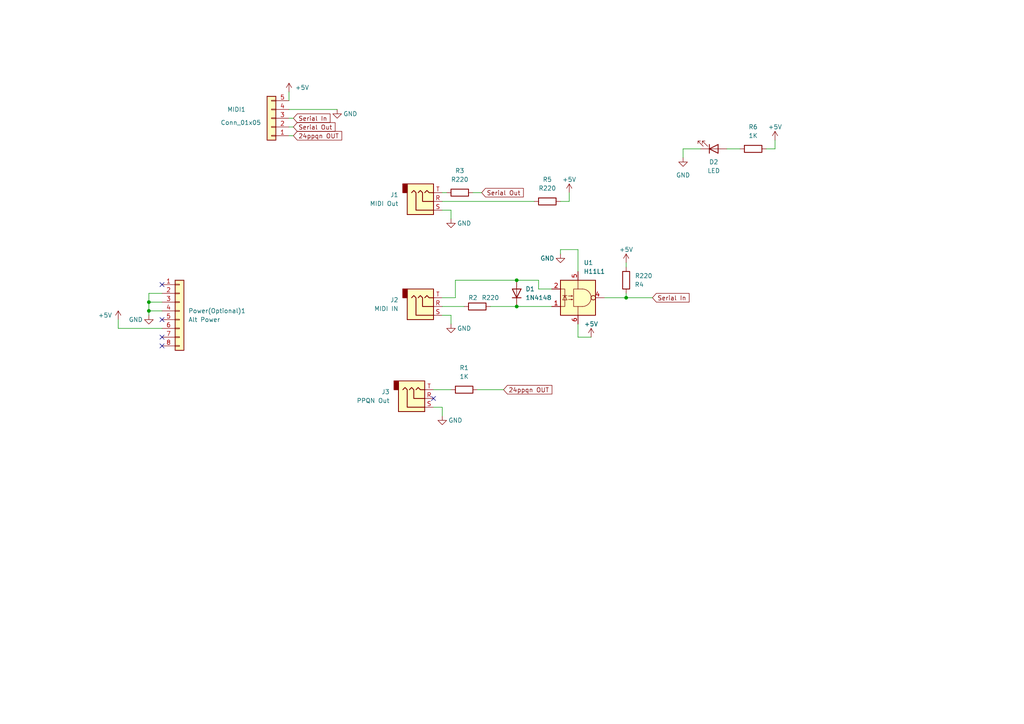
<source format=kicad_sch>
(kicad_sch (version 20230121) (generator eeschema)
  (paper "A4")
  (lib_symbols
    (symbol "Connector:AudioJack3"
      (property "Reference" "J" (at 0 8.89 0))
      (property "Value" "AudioJack3" (at 0 6.35 0))
      (symbol "AudioJack3_0_1"
        (rectangle (start -5.08 -5.08) (end -6.35 -2.54) (stroke (width 0.254)) (fill (type outline)))
        (polyline (pts (xy 0 -2.54) (xy 0.635 -3.175) (xy 1.27 -2.54) (xy 2.54 -2.54)) (stroke (width 0.254)))
        (polyline (pts (xy -1.905 -2.54) (xy -1.27 -3.175) (xy -0.635 -2.54) (xy -0.635 0) (xy 2.54 0)) (stroke (width 0.254)))
        (polyline (pts (xy 2.54 2.54) (xy -2.54 2.54) (xy -2.54 -2.54) (xy -3.175 -3.175) (xy -3.81 -2.54)) (stroke (width 0.254)))
        (rectangle (start 2.54 3.81) (end -5.08 -5.08) (stroke (width 0.254)) (fill (type background)))
      )
      (symbol "AudioJack3_1_1"
        (pin passive line (at 5.08 0 180) (length 2.54) (name "~") (number "R"))
        (pin passive line (at 5.08 2.54 180) (length 2.54) (name "~") (number "S"))
        (pin passive line (at 5.08 -2.54 180) (length 2.54) (name "~") (number "T"))
      )
    )
    (symbol "Connector_Audio:AudioJack3"
      (property "Reference" "J" (at 0 8.89 0))
      (property "Value" "AudioJack3" (at 0 6.35 0))
      (symbol "AudioJack3_0_1"
        (rectangle (start -5.08 -5.08) (end -6.35 -2.54) (stroke (width 0.254)) (fill (type outline)))
        (polyline (pts (xy 0 -2.54) (xy 0.635 -3.175) (xy 1.27 -2.54) (xy 2.54 -2.54)) (stroke (width 0.254)))
        (polyline (pts (xy -1.905 -2.54) (xy -1.27 -3.175) (xy -0.635 -2.54) (xy -0.635 0) (xy 2.54 0)) (stroke (width 0.254)))
        (polyline (pts (xy 2.54 2.54) (xy -2.54 2.54) (xy -2.54 -2.54) (xy -3.175 -3.175) (xy -3.81 -2.54)) (stroke (width 0.254)))
        (rectangle (start 2.54 3.81) (end -5.08 -5.08) (stroke (width 0.254)) (fill (type background)))
      )
      (symbol "AudioJack3_1_1"
        (pin passive line (at 5.08 0 180) (length 2.54) (name "~") (number "R"))
        (pin passive line (at 5.08 2.54 180) (length 2.54) (name "~") (number "S"))
        (pin passive line (at 5.08 -2.54 180) (length 2.54) (name "~") (number "T"))
      )
    )
    (symbol "Connector_Generic:Conn_01x05" (pin_names (offset 1.016) hide)
      (property "Reference" "J" (at 0 7.62 0))
      (property "Value" "Conn_01x05" (at 0 -7.62 0))
      (symbol "Conn_01x05_1_1"
        (rectangle (start -1.27 -4.953) (end 0 -5.207) (stroke (width 0.1524)))
        (rectangle (start -1.27 -2.413) (end 0 -2.667) (stroke (width 0.1524)))
        (rectangle (start -1.27 0.127) (end 0 -0.127) (stroke (width 0.1524)))
        (rectangle (start -1.27 2.667) (end 0 2.413) (stroke (width 0.1524)))
        (rectangle (start -1.27 5.207) (end 0 4.953) (stroke (width 0.1524)))
        (rectangle (start -1.27 6.35) (end 1.27 -6.35) (stroke (width 0.254)) (fill (type background)))
        (pin passive line (at -5.08 5.08 0) (length 3.81) (name "Pin_1") (number "1"))
        (pin passive line (at -5.08 2.54 0) (length 3.81) (name "Pin_2") (number "2"))
        (pin passive line (at -5.08 0 0) (length 3.81) (name "Pin_3") (number "3"))
        (pin passive line (at -5.08 -2.54 0) (length 3.81) (name "Pin_4") (number "4"))
        (pin passive line (at -5.08 -5.08 0) (length 3.81) (name "Pin_5") (number "5"))
      )
    )
    (symbol "Connector_Generic:Conn_01x08" (pin_names (offset 1.016) hide)
      (property "Reference" "J" (at 0 10.16 0))
      (property "Value" "Conn_01x08" (at 0 -12.7 0))
      (symbol "Conn_01x08_1_1"
        (rectangle (start -1.27 -10.033) (end 0 -10.287) (stroke (width 0.1524)))
        (rectangle (start -1.27 -7.493) (end 0 -7.747) (stroke (width 0.1524)))
        (rectangle (start -1.27 -4.953) (end 0 -5.207) (stroke (width 0.1524)))
        (rectangle (start -1.27 -2.413) (end 0 -2.667) (stroke (width 0.1524)))
        (rectangle (start -1.27 0.127) (end 0 -0.127) (stroke (width 0.1524)))
        (rectangle (start -1.27 2.667) (end 0 2.413) (stroke (width 0.1524)))
        (rectangle (start -1.27 5.207) (end 0 4.953) (stroke (width 0.1524)))
        (rectangle (start -1.27 7.747) (end 0 7.493) (stroke (width 0.1524)))
        (rectangle (start -1.27 8.89) (end 1.27 -11.43) (stroke (width 0.254)) (fill (type background)))
        (pin passive line (at -5.08 7.62 0) (length 3.81) (name "Pin_1") (number "1"))
        (pin passive line (at -5.08 5.08 0) (length 3.81) (name "Pin_2") (number "2"))
        (pin passive line (at -5.08 2.54 0) (length 3.81) (name "Pin_3") (number "3"))
        (pin passive line (at -5.08 0 0) (length 3.81) (name "Pin_4") (number "4"))
        (pin passive line (at -5.08 -2.54 0) (length 3.81) (name "Pin_5") (number "5"))
        (pin passive line (at -5.08 -5.08 0) (length 3.81) (name "Pin_6") (number "6"))
        (pin passive line (at -5.08 -7.62 0) (length 3.81) (name "Pin_7") (number "7"))
        (pin passive line (at -5.08 -10.16 0) (length 3.81) (name "Pin_8") (number "8"))
      )
    )
    (symbol "Device:D" (pin_numbers hide) (pin_names (offset 1.016) hide)
      (property "Reference" "D" (at 0 2.54 0))
      (property "Value" "D" (at 0 -2.54 0))
      (symbol "D_0_1"
        (polyline (pts (xy -1.27 1.27) (xy -1.27 -1.27)) (stroke (width 0.254)))
        (polyline (pts (xy 1.27 0) (xy -1.27 0)))
        (polyline (pts (xy 1.27 1.27) (xy 1.27 -1.27) (xy -1.27 0) (xy 1.27 1.27)) (stroke (width 0.254)))
      )
      (symbol "D_1_1"
        (pin passive line (at -3.81 0 0) (length 2.54) (name "K") (number "1"))
        (pin passive line (at 3.81 0 180) (length 2.54) (name "A") (number "2"))
      )
    )
    (symbol "Device:LED" (pin_numbers hide) (pin_names (offset 1.016) hide)
      (property "Reference" "D" (at 0 2.54 0))
      (property "Value" "LED" (at 0 -2.54 0))
      (symbol "LED_0_1"
        (polyline (pts (xy -1.27 -1.27) (xy -1.27 1.27)) (stroke (width 0.254)))
        (polyline (pts (xy -1.27 0) (xy 1.27 0)))
        (polyline (pts (xy 1.27 -1.27) (xy 1.27 1.27) (xy -1.27 0) (xy 1.27 -1.27)) (stroke (width 0.254)))
        (polyline (pts (xy -3.048 -0.762) (xy -4.572 -2.286) (xy -3.81 -2.286) (xy -4.572 -2.286) (xy -4.572 -1.524)))
        (polyline (pts (xy -1.778 -0.762) (xy -3.302 -2.286) (xy -2.54 -2.286) (xy -3.302 -2.286) (xy -3.302 -1.524)))
      )
      (symbol "LED_1_1"
        (pin passive line (at -3.81 0 0) (length 2.54) (name "K") (number "1"))
        (pin passive line (at 3.81 0 180) (length 2.54) (name "A") (number "2"))
      )
    )
    (symbol "Device:R" (pin_numbers hide) (pin_names (offset 0))
      (property "Reference" "R" (at 2.032 0 90))
      (property "Value" "R" (at 0 0 90))
      (symbol "R_0_1"
        (rectangle (start -1.016 -2.54) (end 1.016 2.54) (stroke (width 0.254)))
      )
      (symbol "R_1_1"
        (pin passive line (at 0 3.81 270) (length 1.27) (name "~") (number "1"))
        (pin passive line (at 0 -3.81 90) (length 1.27) (name "~") (number "2"))
      )
    )
    (symbol "Isolator:H11L1" (pin_names (offset 1.016))
      (property "Reference" "U" (at 1.27 8.89 0))
      (property "Value" "H11L1" (at 1.27 6.35 0))
      (symbol "H11L1_0_1"
        (rectangle (start -5.08 5.08) (end 5.08 -5.08) (stroke (width 0.254)) (fill (type background)))
        (polyline (pts (xy -4.445 -0.635) (xy -3.175 -0.635)))
        (polyline (pts (xy 0 2.54) (xy 0 5.08)))
        (polyline (pts (xy 0 -2.54) (xy 0 -5.08) (xy 0 -3.81)))
        (polyline (pts (xy -5.08 -2.54) (xy -3.81 -2.54) (xy -3.81 2.54) (xy -5.08 2.54)))
        (polyline (pts (xy -3.81 -0.635) (xy -4.445 0.635) (xy -3.175 0.635) (xy -3.81 -0.635)))
        (polyline (pts (xy 1.27 -2.54) (xy -1.27 -2.54) (xy -1.27 2.54) (xy 1.27 2.54)))
        (polyline (pts (xy -2.794 -0.508) (xy -1.524 -0.508) (xy -1.905 -0.635) (xy -1.905 -0.381) (xy -1.524 -0.508)))
        (polyline (pts (xy -2.794 0.508) (xy -1.524 0.508) (xy -1.905 0.381) (xy -1.905 0.635) (xy -1.524 0.508)))
        (arc (start 1.27 -2.54) (mid 3.799 0) (end 1.27 2.54))
      )
      (symbol "H11L1_1_1"
        (pin passive line (at -7.62 2.54 0) (length 2.54) (name "~") (number "1"))
        (pin passive line (at -7.62 -2.54 0) (length 2.54) (name "~") (number "2"))
        (pin no_connect line (at -5.08 0 0) (length 2.54) hide (name "~") (number "3"))
        (pin output inverted (at 7.62 0 180) (length 3.81) (name "~") (number "4"))
        (pin power_in line (at 0 -7.62 90) (length 2.54) (name "~") (number "5"))
        (pin power_in line (at 0 7.62 270) (length 2.54) (name "~") (number "6"))
      )
    )
    (symbol "power:+5V" (power) (pin_names (offset 0))
      (property "Value" "+5V" (at 0 3.556 0))
      (symbol "+5V_0_1"
        (polyline (pts (xy -0.762 1.27) (xy 0 2.54)))
        (polyline (pts (xy 0 0) (xy 0 2.54)))
        (polyline (pts (xy 0 2.54) (xy 0.762 1.27)))
      )
      (symbol "+5V_1_1"
        (pin power_in line (at 0 0 90) (length 0) hide (name "+5V") (number "1"))
      )
    )
    (symbol "power:GND" (power) (pin_names (offset 0))
      (property "Value" "GND" (at 0 -3.81 0))
      (symbol "GND_0_1"
        (polyline (pts (xy 0 0) (xy 0 -1.27) (xy 1.27 -1.27) (xy 0 -2.54) (xy -1.27 -1.27) (xy 0 -1.27)))
      )
      (symbol "GND_1_1"
        (pin power_in line (at 0 0 270) (length 0) hide (name "GND") (number "1"))
      )
    )
  )
  (junction (at 181.61 86.36))
  (junction (at 149.86 88.9))
  (junction (at 43.18 87.63))
  (junction (at 149.86 81.28))
  (junction (at 43.18 90.17))
  (no_connect (at 46.99 82.55))
  (no_connect (at 46.99 97.79))
  (no_connect (at 125.73 115.57))
  (no_connect (at 46.99 92.71))
  (no_connect (at 46.99 100.33))
  (wire (pts (xy 167.64 93.98) (xy 167.64 97.79)))
  (wire (pts (xy 149.86 81.28) (xy 156.21 81.28)))
  (wire (pts (xy 128.27 86.36) (xy 132.08 86.36)))
  (wire (pts (xy 181.61 85.09) (xy 181.61 86.36)))
  (wire (pts (xy 132.08 86.36) (xy 132.08 81.28)))
  (wire (pts (xy 43.18 87.63) (xy 43.18 90.17)))
  (wire (pts (xy 222.25 43.18) (xy 224.79 43.18)))
  (wire (pts (xy 142.24 88.9) (xy 149.86 88.9)))
  (wire (pts (xy 128.27 55.88) (xy 129.54 55.88)))
  (wire (pts (xy 181.61 76.2) (xy 181.61 77.47)))
  (wire (pts (xy 34.29 92.71) (xy 34.29 95.25)))
  (wire (pts (xy 125.73 113.03) (xy 130.81 113.03)))
  (wire (pts (xy 162.56 72.39) (xy 167.64 72.39)))
  (wire (pts (xy 138.43 113.03) (xy 146.05 113.03)))
  (wire (pts (xy 128.27 88.9) (xy 134.62 88.9)))
  (wire (pts (xy 165.1 55.88) (xy 165.1 58.42)))
  (wire (pts (xy 162.56 73.66) (xy 162.56 72.39)))
  (wire (pts (xy 137.16 55.88) (xy 139.7 55.88)))
  (wire (pts (xy 43.18 87.63) (xy 46.99 87.63)))
  (wire (pts (xy 128.27 118.11) (xy 125.73 118.11)))
  (wire (pts (xy 43.18 90.17) (xy 43.18 91.44)))
  (wire (pts (xy 128.27 118.11) (xy 128.27 120.65)))
  (wire (pts (xy 181.61 86.36) (xy 189.23 86.36)))
  (wire (pts (xy 83.82 26.67) (xy 83.82 29.21)))
  (wire (pts (xy 43.18 85.09) (xy 43.18 87.63)))
  (wire (pts (xy 198.12 43.18) (xy 198.12 45.72)))
  (wire (pts (xy 198.12 43.18) (xy 203.2 43.18)))
  (wire (pts (xy 160.02 83.82) (xy 156.21 83.82)))
  (wire (pts (xy 130.81 91.44) (xy 128.27 91.44)))
  (wire (pts (xy 224.79 40.64) (xy 224.79 43.18)))
  (wire (pts (xy 181.61 86.36) (xy 175.26 86.36)))
  (wire (pts (xy 167.64 97.79) (xy 171.45 97.79)))
  (wire (pts (xy 130.81 60.96) (xy 128.27 60.96)))
  (wire (pts (xy 46.99 90.17) (xy 43.18 90.17)))
  (wire (pts (xy 132.08 81.28) (xy 149.86 81.28)))
  (wire (pts (xy 210.82 43.18) (xy 214.63 43.18)))
  (wire (pts (xy 162.56 58.42) (xy 165.1 58.42)))
  (wire (pts (xy 156.21 83.82) (xy 156.21 81.28)))
  (wire (pts (xy 83.82 39.37) (xy 85.09 39.37)))
  (wire (pts (xy 83.82 31.75) (xy 97.79 31.75)))
  (wire (pts (xy 83.82 34.29) (xy 85.09 34.29)))
  (wire (pts (xy 128.27 58.42) (xy 154.94 58.42)))
  (wire (pts (xy 34.29 95.25) (xy 46.99 95.25)))
  (wire (pts (xy 46.99 85.09) (xy 43.18 85.09)))
  (wire (pts (xy 149.86 88.9) (xy 160.02 88.9)))
  (wire (pts (xy 83.82 36.83) (xy 85.09 36.83)))
  (wire (pts (xy 130.81 91.44) (xy 130.81 93.98)))
  (wire (pts (xy 167.64 72.39) (xy 167.64 78.74)))
  (wire (pts (xy 130.81 60.96) (xy 130.81 63.5)))
  (global_label "Serial In" (shape input) (at 189.23 86.36 0) (property "Intersheetrefs" "${INTERSHEET_REFS}" (effects hide)))
  (global_label "24ppqn OUT" (shape input) (at 146.05 113.03 0) (property "Intersheetrefs" "${INTERSHEET_REFS}" (effects hide)))
  (global_label "24ppqn OUT" (shape input) (at 85.09 39.37 0) (property "Intersheetrefs" "${INTERSHEET_REFS}" (effects hide)))
  (global_label "Serial Out" (shape input) (at 139.7 55.88 0) (property "Intersheetrefs" "${INTERSHEET_REFS}" (effects hide)))
  (global_label "Serial Out" (shape input) (at 85.09 36.83 0) (property "Intersheetrefs" "${INTERSHEET_REFS}" (effects hide)))
  (global_label "Serial In" (shape input) (at 85.09 34.29 0) (property "Intersheetrefs" "${INTERSHEET_REFS}" (effects hide)))
  (symbol (lib_id "Connector:AudioJack3") (at 123.19 58.42 0) (mirror x) (unit 1)
    (property "Reference" "J1" (at 115.57 56.515 0) (effects (justify right)))
    (property "Value" "MIDI Out" (at 115.57 59.055 0) (effects (justify right)))
    (property "Footprint" "SitkaLib:PJ301CM" (effects hide))
  )
  (symbol (lib_id "power:+5V") (at 165.1 55.88 0) (unit 1)
    (property "Reference" "#PWR0143" (effects hide))
    (property "Value" "+5V" (at 165.1 52.07 0))
  )
  (symbol (lib_id "Device:R") (at 133.35 55.88 90) (unit 1)
    (property "Reference" "R3" (at 133.35 49.53 90))
    (property "Value" "R220" (at 133.35 52.07 90))
    (property "Footprint" "Resistor_SMD:R_0805_2012Metric" (effects hide))
  )
  (symbol (lib_id "Device:LED") (at 207.01 43.18 0) (mirror x) (unit 1)
    (property "Reference" "D2" (at 207.01 46.99 0))
    (property "Value" "LED" (at 207.01 49.53 0))
    (property "Footprint" "gtoe:FlatTopLed" (effects hide))
  )
  (symbol (lib_id "power:+5V") (at 171.45 97.79 0) (unit 1)
    (property "Reference" "#PWR0151" (effects hide))
    (property "Value" "+5V" (at 171.45 93.98 0))
  )
  (symbol (lib_id "Connector_Generic:Conn_01x08") (at 52.07 90.17 0) (unit 1)
    (property "Reference" "Power(Optional)1" (at 54.61 90.17 0) (effects (justify left)))
    (property "Value" "Alt Power" (at 54.61 92.71 0) (effects (justify left)))
    (property "Footprint" "Connector_PinSocket_2.54mm:PinSocket_1x08_P2.54mm_Vertical" (effects hide))
  )
  (symbol (lib_id "Isolator:H11L1") (at 167.64 86.36 0) (mirror x) (unit 1)
    (property "Reference" "U1" (at 169.2911 76.2 0) (effects (justify left)))
    (property "Value" "H11L1" (at 169.2911 78.74 0) (effects (justify left)))
    (property "Footprint" "Package_DIP:DIP-6_W7.62mm_Socket" (effects hide))
    (property "Datasheet" "https://www.onsemi.com/pub/Collateral/H11L3M-D.PDF" (effects hide))
  )
  (symbol (lib_id "Device:R") (at 218.44 43.18 90) (mirror x) (unit 1)
    (property "Reference" "R6" (at 218.44 36.83 90))
    (property "Value" "1K" (at 218.44 39.37 90))
    (property "Footprint" "Resistor_SMD:R_0805_2012Metric" (effects hide))
  )
  (symbol (lib_id "power:+5V") (at 181.61 76.2 0) (unit 1)
    (property "Reference" "#PWR0153" (effects hide))
    (property "Value" "+5V" (at 181.61 72.39 0))
  )
  (symbol (lib_id "Device:R") (at 181.61 81.28 180) (unit 1)
    (property "Reference" "R4" (at 185.42 82.55 0))
    (property "Value" "R220" (at 186.69 80.01 0))
    (property "Footprint" "Resistor_SMD:R_0805_2012Metric" (effects hide))
  )
  (symbol (lib_id "power:GND") (at 128.27 120.65 0) (unit 1)
    (property "Reference" "#PWR0141" (effects hide))
    (property "Value" "GND" (at 132.08 121.92 0))
  )
  (symbol (lib_id "power:GND") (at 130.81 63.5 0) (unit 1)
    (property "Reference" "#PWR0142" (effects hide))
    (property "Value" "GND" (at 134.62 64.77 0))
  )
  (symbol (lib_id "Device:R") (at 138.43 88.9 90) (unit 1)
    (property "Reference" "R2" (at 137.16 86.36 90))
    (property "Value" "R220" (at 142.24 86.36 90))
    (property "Footprint" "Resistor_SMD:R_0805_2012Metric" (effects hide))
  )
  (symbol (lib_id "power:GND") (at 198.12 45.72 0) (mirror y) (unit 1)
    (property "Reference" "#PWR0150" (effects hide))
    (property "Value" "GND" (at 198.12 50.8 0))
  )
  (symbol (lib_id "power:GND") (at 162.56 73.66 0) (unit 1)
    (property "Reference" "#PWR0152" (effects hide))
    (property "Value" "GND" (at 158.75 74.93 0))
  )
  (symbol (lib_id "power:+5V") (at 224.79 40.64 0) (unit 1)
    (property "Reference" "#PWR0154" (effects hide))
    (property "Value" "+5V" (at 224.79 36.83 0))
  )
  (symbol (lib_id "Connector_Audio:AudioJack3") (at 120.65 115.57 0) (mirror x) (unit 1)
    (property "Reference" "J3" (at 113.03 113.665 0) (effects (justify right)))
    (property "Value" "PPQN Out" (at 113.03 116.205 0) (effects (justify right)))
    (property "Footprint" "SitkaLib:PJ301CM" (effects hide))
  )
  (symbol (lib_id "Device:D") (at 149.86 85.09 270) (mirror x) (unit 1)
    (property "Reference" "D1" (at 152.4 83.82 90) (effects (justify left)))
    (property "Value" "1N4148" (at 152.4 86.36 90) (effects (justify left)))
    (property "Footprint" "Diode_SMD:D_SOD-123" (effects hide))
  )
  (symbol (lib_id "Connector:AudioJack3") (at 123.19 88.9 0) (mirror x) (unit 1)
    (property "Reference" "J2" (at 115.57 86.995 0) (effects (justify right)))
    (property "Value" "MIDI IN" (at 115.57 89.535 0) (effects (justify right)))
    (property "Footprint" "SitkaLib:PJ301CM" (effects hide))
  )
  (symbol (lib_id "power:GND") (at 130.81 93.98 0) (unit 1)
    (property "Reference" "#PWR0140" (effects hide))
    (property "Value" "GND" (at 134.62 95.25 0))
  )
  (symbol (lib_id "Device:R") (at 134.62 113.03 90) (unit 1)
    (property "Reference" "R1" (at 134.62 106.68 90))
    (property "Value" "1K" (at 134.62 109.22 90))
    (property "Footprint" "Resistor_SMD:R_0805_2012Metric" (effects hide))
  )
  (symbol (lib_id "Connector_Generic:Conn_01x05") (at 78.74 34.29 180) (unit 1)
    (property "Reference" "MIDI1" (at 68.58 31.75 0))
    (property "Value" "Conn_01x05" (at 69.85 35.56 0))
    (property "Footprint" "Connector_PinHeader_2.54mm:PinHeader_1x05_P2.54mm_Vertical" (effects hide))
  )
  (symbol (lib_id "power:+5V") (at 83.82 26.67 0) (unit 1)
    (property "Reference" "#PWR0149" (effects hide))
    (property "Value" "+5V" (at 87.63 25.4 0))
  )
  (symbol (lib_id "Device:R") (at 158.75 58.42 90) (unit 1)
    (property "Reference" "R5" (at 158.75 52.07 90))
    (property "Value" "R220" (at 158.75 54.61 90))
    (property "Footprint" "Resistor_SMD:R_0805_2012Metric" (effects hide))
  )
  (symbol (lib_id "power:GND") (at 43.18 91.44 0) (unit 1)
    (property "Reference" "#PWR02" (effects hide))
    (property "Value" "GND" (at 39.37 92.71 0))
  )
  (symbol (lib_id "power:+5V") (at 34.29 92.71 0) (unit 1)
    (property "Reference" "#PWR01" (effects hide))
    (property "Value" "+5V" (at 30.48 91.44 0))
  )
  (symbol (lib_id "power:GND") (at 97.79 31.75 0) (unit 1)
    (property "Reference" "#PWR0148" (effects hide))
    (property "Value" "GND" (at 101.6 33.02 0))
  )
)
</source>
